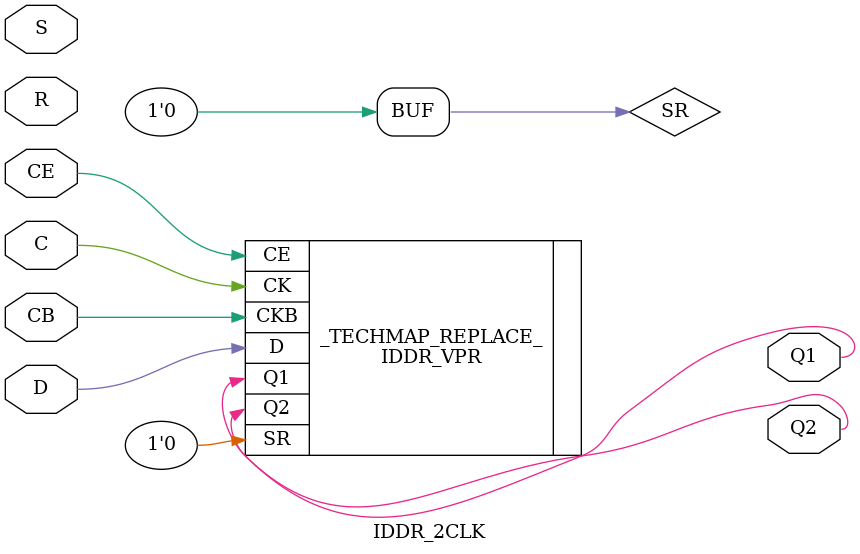
<source format=v>
module IDDR_2CLK (
  output Q1,
  output Q2,
  input  C,
  input  CB,
  input  CE,
  input  D,
  input  R,
  input  S,
);
  parameter DDR_CLK_EDGE = "OPPOSITE_EDGE";
  parameter INIT_Q1 = 1'b0;
  parameter INIT_Q2 = 1'b0;
  parameter [0:0] IS_C_INVERTED  = 1'b0;
  parameter [0:0] IS_CB_INVERTED = 1'b0;
  parameter [0:0] IS_D_INVERTED  = 1'b0;
  parameter SRTYPE = "SYNC";
  parameter _TECHMAP_CONSTMSK_R_ = 1'b1;
  parameter _TECHMAP_CONSTVAL_R_ = 1'bx;
  parameter _TECHMAP_CONSTMSK_S_ = 1'b1;
  parameter _TECHMAP_CONSTVAL_S_ = 1'bx;
  localparam [0:0] R_USED = (_TECHMAP_CONSTMSK_R_ != 1'b1);
  localparam [0:0] S_USED = (_TECHMAP_CONSTMSK_S_ != 1'b1);
  wire SR;
  localparam SRVAL = (!R_USED) ? 1'b1 : 1'b0;
  localparam SRUSED = 1'b1;
  generate if (!R_USED && !S_USED) begin
    assign SR = 1'b0;
  end else if (R_USED && !S_USED) begin
    assign SR = R;
  end else if (!R_USED && S_USED) begin
    assign SR = S;
  end else begin
    assign SR = 1'bx;
    $error("Both S and R cannot be used simultaneously");
  end endgenerate
  localparam INIT_Q3 = (DDR_CLK_EDGE != "OPPOSITE_EDGE") ? INIT_Q1 : 1'b1;
  localparam INIT_Q4 = (DDR_CLK_EDGE != "OPPOSITE_EDGE") ? INIT_Q2 : 1'b1;
  localparam SRVAL34 = (DDR_CLK_EDGE != "OPPOSITE_EDGE") ? SRVAL : 1'b1;
  IDDR_VPR #(
    .ZINV_D         (!IS_D_INVERTED),
    .ZINV_C         (!IS_C_INVERTED),
    .SRTYPE_SYNC    (SRTYPE == "SYNC"),
    .SAME_EDGE      (DDR_CLK_EDGE == "SAME_EDGE"),
    .OPPOSITE_EDGE  (DDR_CLK_EDGE == "OPPOSITE_EDGE"),
    .ZINIT_Q1       (!INIT_Q1),
    .ZINIT_Q2       (!INIT_Q2),
    .ZINIT_Q3       (!INIT_Q3),
    .ZINIT_Q4       (!INIT_Q4),
    .ZSRVAL_Q12     (!SRVAL),
    .ZSRVAL_Q34     (!SRVAL34)
  ) _TECHMAP_REPLACE_ (
    .CK  (C),
    .CKB (CB),
    .CE  (CE),
    .SR  (SR),
    .D   (D),
    .Q1  (Q1),
    .Q2  (Q2)
  );
endmodule
</source>
